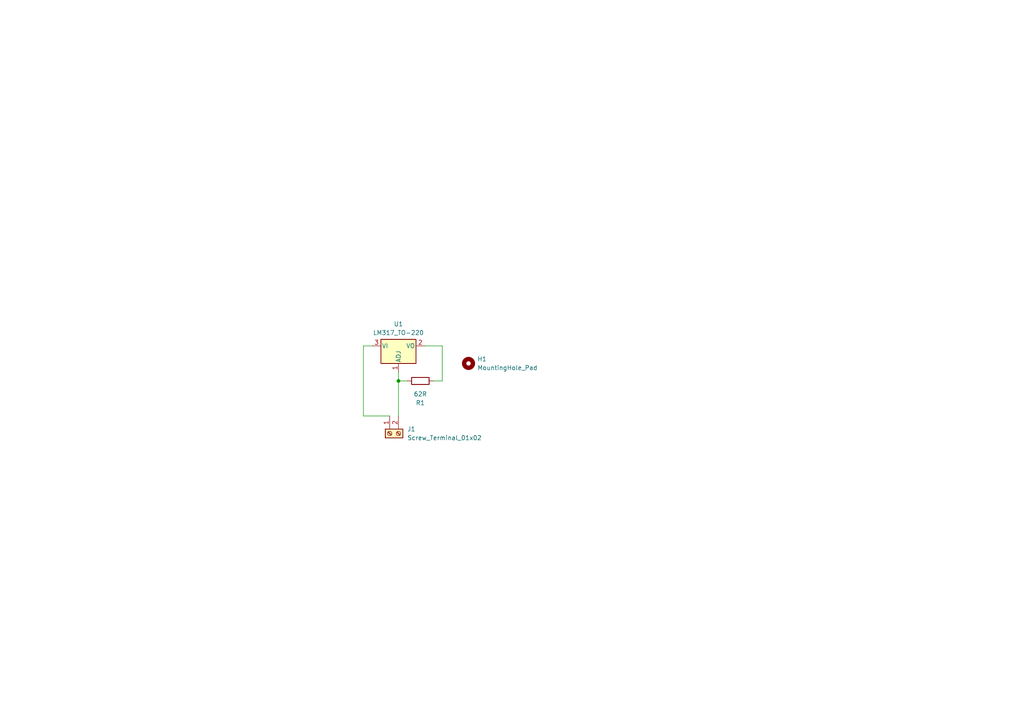
<source format=kicad_sch>
(kicad_sch (version 20250114) (generator "eeschema") (generator_version "9.0")
  (paper "A4")
  (lib_symbols
    (symbol "Connector:Screw_Terminal_01x02" (pin_names (offset 1.016) (hide yes))
      (property "Reference" "J" (at 0 2.54 0))
      (property "Value" "Screw_Terminal_01x02" (at 0 -5.08 0))
      (symbol "Screw_Terminal_01x02_1_1"
        (rectangle (start -1.27 1.27) (end 1.27 -3.81) (stroke (width 0.254)) (fill (type background)))
        (polyline (pts (xy -0.5334 0.3302) (xy 0.3302 -0.508)) (stroke (width 0.1524)))
        (polyline (pts (xy -0.5334 -2.2098) (xy 0.3302 -3.048)) (stroke (width 0.1524)))
        (polyline (pts (xy -0.3556 0.508) (xy 0.508 -0.3302)) (stroke (width 0.1524)))
        (polyline (pts (xy -0.3556 -2.032) (xy 0.508 -2.8702)) (stroke (width 0.1524)))
        (circle (center 0 0) (radius 0.635) (stroke (width 0.1524)))
        (circle (center 0 -2.54) (radius 0.635) (stroke (width 0.1524)))
        (pin passive line (at -5.08 0 0) (length 3.81) (name "Pin_1") (number "1"))
        (pin passive line (at -5.08 -2.54 0) (length 3.81) (name "Pin_2") (number "2"))
      )
    )
    (symbol "Device:R" (pin_numbers (hide yes)) (pin_names (offset 0))
      (property "Reference" "R" (at 2.032 0 90))
      (property "Value" "R" (at 0 0 90))
      (symbol "R_0_1"
        (rectangle (start -1.016 -2.54) (end 1.016 2.54) (stroke (width 0.254)))
      )
      (symbol "R_1_1"
        (pin passive line (at 0 3.81 270) (length 1.27) (name "~") (number "1"))
        (pin passive line (at 0 -3.81 90) (length 1.27) (name "~") (number "2"))
      )
    )
    (symbol "Mechanical:MountingHole" (pin_names (offset 1.016)) (in_bom no)
      (property "Reference" "H" (at 0 5.08 0))
      (property "Value" "MountingHole" (at 0 3.175 0))
      (symbol "MountingHole_0_1"
        (circle (center 0 0) (radius 1.27) (stroke (width 1.27)))
      )
    )
    (symbol "Regulator_Linear:LM317_TO-220" (pin_names (offset 0.254))
      (property "Reference" "U" (at -3.81 3.175 0))
      (property "Value" "LM317_TO-220" (at 0 3.175 0))
      (symbol "LM317_TO-220_0_1"
        (rectangle (start -5.08 1.905) (end 5.08 -5.08) (stroke (width 0.254)) (fill (type background)))
      )
      (symbol "LM317_TO-220_1_1"
        (pin power_in line (at -7.62 0 0) (length 2.54) (name "VI") (number "3"))
        (pin input line (at 0 -7.62 90) (length 2.54) (name "ADJ") (number "1"))
        (pin power_out line (at 7.62 0 180) (length 2.54) (name "VO") (number "2"))
      )
    )
  )
  (junction (at 115.57 110.49))
  (wire (pts (xy 115.57 110.49) (xy 115.57 107.95)))
  (wire (pts (xy 105.41 100.33) (xy 105.41 120.65)))
  (wire (pts (xy 125.73 110.49) (xy 128.27 110.49)))
  (wire (pts (xy 105.41 120.65) (xy 113.03 120.65)))
  (wire (pts (xy 118.11 110.49) (xy 115.57 110.49)))
  (wire (pts (xy 128.27 110.49) (xy 128.27 100.33)))
  (wire (pts (xy 107.95 100.33) (xy 105.41 100.33)))
  (wire (pts (xy 115.57 110.49) (xy 115.57 120.65)))
  (wire (pts (xy 123.19 100.33) (xy 128.27 100.33)))
  (symbol (lib_id "Mechanical:MountingHole") (at 135.89 105.41 0) (unit 1) (in_bom no)
    (property "Reference" "H1" (at 138.43 104.1399 0) (effects (justify left)))
    (property "Value" "MountingHole_Pad" (at 138.43 106.6799 0) (effects (justify left)))
    (property "Footprint" "MountingHole:MountingHole_3.2mm_M3" (effects (hide yes)))
    (property "Description" "Mounting Hole without connection" (effects (hide yes)))
  )
  (symbol (lib_id "Device:R") (at 121.92 110.49 270) (unit 1)
    (property "Reference" "R1" (at 121.92 116.84 90))
    (property "Value" "62R" (at 121.92 114.3 90))
    (property "Footprint" "Resistor_THT:R_Axial_DIN0207_L6.3mm_D2.5mm_P2.54mm_Vertical" (effects (hide yes)))
    (property "Description" "Resistor" (effects (hide yes)))
  )
  (symbol (lib_id "Regulator_Linear:LM317_TO-220") (at 115.57 100.33 0) (unit 1)
    (property "Reference" "U1" (at 115.57 93.98 0))
    (property "Value" "LM317_TO-220" (at 115.57 96.52 0))
    (property "Footprint" "Package_TO_SOT_THT:TO-220-3_Horizontal_TabDown" (effects (hide yes)))
    (property "Datasheet" "http://www.ti.com/lit/ds/symlink/lm317.pdf" (effects (hide yes)))
    (property "Description" "1.5A 35V Adjustable Linear Regulator, TO-220" (effects (hide yes)))
  )
  (symbol (lib_id "Connector:Screw_Terminal_01x02") (at 113.03 125.73 90) (mirror x) (unit 1)
    (property "Reference" "J1" (at 118.11 124.4599 90) (effects (justify right)))
    (property "Value" "Screw_Terminal_01x02" (at 118.11 126.9999 90) (effects (justify right)))
    (property "Footprint" "TerminalBlock_Phoenix:TerminalBlock_Phoenix_MKDS-1,5-2-5.08_1x02_P5.08mm_Horizontal" (effects (hide yes)))
    (property "Description" "Generic screw terminal, single row, 01x02, script generated (kicad-library-utils/schlib/autogen/connector/)" (effects (hide yes)))
  )
)
</source>
